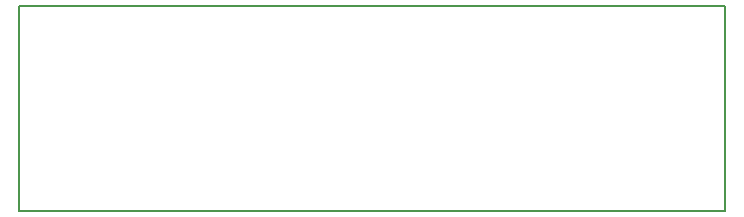
<source format=gbo>
G04 MADE WITH FRITZING*
G04 WWW.FRITZING.ORG*
G04 DOUBLE SIDED*
G04 HOLES PLATED*
G04 CONTOUR ON CENTER OF CONTOUR VECTOR*
%ASAXBY*%
%FSLAX23Y23*%
%MOIN*%
%OFA0B0*%
%SFA1.0B1.0*%
%ADD10R,2.362200X0.688976X2.346200X0.672976*%
%ADD11C,0.008000*%
%LNSILK0*%
G90*
G70*
G54D11*
X4Y685D02*
X2358Y685D01*
X2358Y4D01*
X4Y4D01*
X4Y685D01*
D02*
G04 End of Silk0*
M02*
</source>
